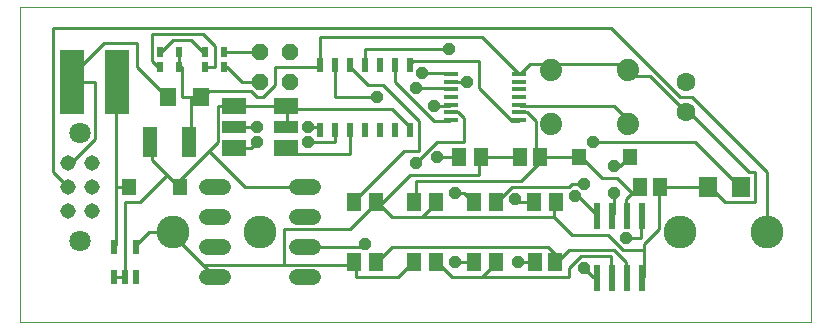
<source format=gtl>
G75*
G70*
%OFA0B0*%
%FSLAX24Y24*%
%IPPOS*%
%LPD*%
%AMOC8*
5,1,8,0,0,1.08239X$1,22.5*
%
%ADD10C,0.0000*%
%ADD11R,0.0472X0.0118*%
%ADD12R,0.0197X0.0472*%
%ADD13R,0.0512X0.0630*%
%ADD14R,0.0512X0.0591*%
%ADD15R,0.0236X0.0866*%
%ADD16R,0.0500X0.0579*%
%ADD17R,0.0787X0.0551*%
%ADD18R,0.0787X0.0394*%
%ADD19C,0.0630*%
%ADD20C,0.0740*%
%ADD21R,0.0630X0.0709*%
%ADD22R,0.0217X0.0472*%
%ADD23R,0.0846X0.2165*%
%ADD24R,0.0551X0.0630*%
%ADD25R,0.0472X0.0984*%
%ADD26C,0.0515*%
%ADD27C,0.0709*%
%ADD28C,0.1095*%
%ADD29C,0.0520*%
%ADD30R,0.0236X0.0354*%
%ADD31OC8,0.0560*%
%ADD32C,0.0100*%
%ADD33OC8,0.0400*%
D10*
X000888Y000199D02*
X000888Y010695D01*
X027258Y010695D01*
X027258Y000199D01*
X000888Y000199D01*
D11*
X015246Y006932D03*
X015246Y007188D03*
X015246Y007443D03*
X015246Y007699D03*
X015246Y007955D03*
X015246Y008211D03*
X015246Y008467D03*
X017529Y008467D03*
X017529Y008211D03*
X017529Y007955D03*
X017529Y007699D03*
X017529Y007443D03*
X017529Y007188D03*
X017529Y006932D03*
D12*
X013888Y006617D03*
X013388Y006617D03*
X012888Y006617D03*
X012388Y006617D03*
X011888Y006617D03*
X011388Y006617D03*
X010888Y006617D03*
X010888Y008782D03*
X011388Y008782D03*
X011888Y008782D03*
X012388Y008782D03*
X012888Y008782D03*
X013388Y008782D03*
X013888Y008782D03*
D13*
X015514Y005699D03*
X016262Y005699D03*
X016014Y004199D03*
X016762Y004199D03*
X018014Y004199D03*
X018762Y004199D03*
X014762Y004199D03*
X014014Y004199D03*
X012762Y004199D03*
X012014Y004199D03*
X012014Y002199D03*
X012762Y002199D03*
X014014Y002199D03*
X014762Y002199D03*
X016014Y002199D03*
X016762Y002199D03*
D14*
X018053Y002199D03*
X018722Y002199D03*
X021553Y004699D03*
X022222Y004699D03*
X018222Y005699D03*
X017553Y005699D03*
D15*
X020138Y003723D03*
X020638Y003723D03*
X021138Y003723D03*
X021638Y003723D03*
X021638Y001676D03*
X021138Y001676D03*
X020638Y001676D03*
X020138Y001676D03*
D16*
X019541Y005699D03*
X021234Y005699D03*
X006234Y004699D03*
X004541Y004699D03*
D17*
X008021Y005991D03*
X009754Y005991D03*
X009754Y007408D03*
X008021Y007408D03*
D18*
X008021Y006699D03*
X009754Y006699D03*
D19*
X023100Y007199D03*
X023100Y008199D03*
D20*
X021168Y008589D03*
X018608Y008589D03*
X018608Y006809D03*
X021168Y006809D03*
D21*
X023836Y004699D03*
X024939Y004699D03*
D22*
X004762Y002711D03*
X004014Y002711D03*
X004014Y001688D03*
X004388Y001688D03*
X004762Y001688D03*
D23*
X004143Y008199D03*
X002632Y008199D03*
D24*
X005836Y007699D03*
X006939Y007699D03*
D25*
X006537Y006199D03*
X005238Y006199D03*
D26*
X003281Y005487D03*
X002494Y005487D03*
X002494Y004699D03*
X003281Y004699D03*
X003281Y003912D03*
X002494Y003912D03*
D27*
X002888Y002888D03*
X002888Y006510D03*
D28*
X005988Y003199D03*
X008888Y003199D03*
X022888Y003199D03*
X025788Y003199D03*
D29*
X010648Y002699D02*
X010128Y002699D01*
X010128Y001699D02*
X010648Y001699D01*
X007648Y001699D02*
X007128Y001699D01*
X007128Y002699D02*
X007648Y002699D01*
X007648Y003699D02*
X007128Y003699D01*
X007128Y004699D02*
X007648Y004699D01*
X010128Y004699D02*
X010648Y004699D01*
X010648Y003699D02*
X010128Y003699D01*
D30*
X007698Y008699D03*
X007078Y008699D03*
X006198Y008699D03*
X005578Y008699D03*
X005578Y009199D03*
X006198Y009199D03*
X007078Y009199D03*
X007698Y009199D03*
D31*
X008888Y009199D03*
X009888Y009199D03*
X009888Y008199D03*
X008888Y008199D03*
D32*
X008288Y008199D01*
X007788Y008699D01*
X007698Y008699D01*
X007388Y008699D02*
X007078Y008699D01*
X007388Y008699D02*
X007388Y009399D01*
X006988Y009799D01*
X005288Y009799D01*
X005288Y008899D01*
X005488Y008699D01*
X005578Y008699D01*
X006188Y008699D02*
X006198Y008699D01*
X006288Y008699D01*
X006288Y007699D01*
X006588Y007699D01*
X006588Y006199D01*
X006537Y006199D01*
X007188Y005899D02*
X008388Y004699D01*
X010388Y004699D01*
X011988Y004199D02*
X012014Y004199D01*
X011988Y004199D02*
X013688Y005899D01*
X014188Y005899D01*
X014188Y006899D01*
X012988Y008099D01*
X012488Y008099D01*
X011888Y008699D01*
X011888Y008782D01*
X012388Y008782D02*
X012388Y009299D01*
X015188Y009299D01*
X016188Y008899D02*
X013988Y008899D01*
X013888Y008799D01*
X013888Y008782D01*
X013388Y008782D02*
X013388Y008199D01*
X014688Y006899D01*
X015188Y006899D01*
X015246Y006932D01*
X015246Y007188D02*
X015288Y007199D01*
X015488Y007199D01*
X015688Y006999D01*
X015688Y006199D01*
X014788Y006199D01*
X014088Y005499D01*
X013888Y005099D02*
X012888Y004099D01*
X012762Y004199D01*
X012788Y004199D01*
X011888Y003299D01*
X009688Y003299D01*
X009688Y002099D01*
X011888Y002099D01*
X011988Y002199D01*
X012014Y002199D01*
X012088Y002199D01*
X012088Y001699D01*
X013488Y001699D01*
X013988Y002199D01*
X014014Y002199D01*
X014762Y002199D02*
X014788Y002199D01*
X015288Y001699D01*
X016288Y001699D01*
X019188Y001699D01*
X019188Y001999D01*
X019588Y002399D01*
X020588Y002399D01*
X020588Y001699D01*
X020638Y001676D01*
X021088Y001699D02*
X021138Y001676D01*
X021088Y001699D02*
X021088Y002199D01*
X020688Y002599D01*
X019188Y002599D01*
X018888Y002299D01*
X018722Y002199D01*
X018788Y002199D01*
X018888Y002299D01*
X018488Y002699D01*
X013288Y002699D01*
X012788Y002199D01*
X012762Y002199D01*
X012288Y002699D02*
X010388Y002699D01*
X009688Y002099D02*
X006988Y002099D01*
X007388Y001699D01*
X006988Y002099D02*
X005888Y003199D01*
X005988Y003199D01*
X005888Y003199D02*
X005188Y003199D01*
X004788Y002799D01*
X004762Y002711D01*
X004088Y002799D02*
X004014Y002711D01*
X004088Y002799D02*
X004088Y004699D01*
X004088Y008199D01*
X004143Y008199D01*
X003388Y008199D02*
X002688Y008199D01*
X002632Y008199D01*
X002688Y008199D02*
X002688Y008499D01*
X003688Y009499D01*
X004788Y009499D01*
X004788Y008699D01*
X005788Y007699D01*
X005836Y007699D01*
X006588Y007699D02*
X006939Y007699D01*
X006988Y007699D01*
X007188Y007899D01*
X008588Y007899D01*
X008788Y007699D01*
X008988Y007699D01*
X009388Y008099D01*
X009388Y008699D01*
X010888Y008699D01*
X010888Y008782D01*
X010888Y009699D01*
X016288Y009699D01*
X017488Y008499D01*
X017529Y008467D01*
X017588Y008499D01*
X017888Y008799D01*
X020788Y008799D01*
X021088Y008499D01*
X021168Y008589D01*
X021188Y008399D01*
X021888Y008399D01*
X023088Y007199D01*
X023100Y007199D01*
X023188Y007199D01*
X025188Y005199D01*
X025388Y005199D01*
X025388Y004199D01*
X024388Y004199D01*
X023888Y004699D01*
X023836Y004699D01*
X022222Y004699D01*
X022188Y004699D01*
X022188Y003299D01*
X021688Y002799D01*
X021688Y002599D01*
X020988Y002599D01*
X020488Y003099D01*
X019288Y003099D01*
X018688Y003699D01*
X014288Y003699D01*
X014788Y004199D01*
X014762Y004199D01*
X014088Y004199D02*
X014014Y004199D01*
X014088Y004199D02*
X014088Y004899D01*
X017588Y004899D01*
X018388Y005699D01*
X018222Y005699D01*
X018288Y005699D01*
X018222Y005699D02*
X018088Y005699D01*
X018088Y006899D01*
X017788Y007199D01*
X017588Y007199D01*
X017529Y007188D01*
X017588Y007399D02*
X017529Y007443D01*
X017588Y007399D02*
X020688Y007399D01*
X021088Y006999D01*
X021168Y006809D01*
X019988Y006199D02*
X023388Y006199D01*
X024888Y004699D01*
X024939Y004699D01*
X025788Y005199D02*
X025788Y003199D01*
X021688Y002599D02*
X021688Y001699D01*
X021638Y001676D01*
X020138Y001676D02*
X020088Y001699D01*
X019988Y001699D01*
X019688Y001999D01*
X018053Y002199D02*
X017488Y002199D01*
X016788Y002199D02*
X016762Y002199D01*
X016788Y002199D02*
X016288Y001699D01*
X016014Y002199D02*
X015388Y002199D01*
X012388Y002799D02*
X012288Y002699D01*
X013288Y003699D02*
X014288Y003699D01*
X013288Y003699D02*
X012888Y004099D01*
X012788Y004199D01*
X013888Y005099D02*
X016188Y005099D01*
X016188Y005699D01*
X016262Y005699D01*
X017553Y005699D01*
X018388Y005699D02*
X019541Y005699D01*
X019588Y005699D01*
X020288Y004999D01*
X020788Y004999D01*
X021288Y004499D01*
X021488Y004699D01*
X021553Y004699D01*
X021288Y004499D02*
X021088Y004299D01*
X021088Y003799D01*
X021138Y003723D01*
X021588Y003699D02*
X021638Y003723D01*
X021588Y003699D02*
X021588Y002999D01*
X021088Y002999D01*
X020638Y003723D02*
X020688Y003799D01*
X020688Y004499D01*
X020088Y003799D02*
X019488Y004399D01*
X019388Y004399D01*
X018762Y004199D02*
X018688Y004199D01*
X018688Y003699D01*
X018014Y004199D02*
X017488Y004199D01*
X017388Y004299D01*
X017288Y004699D02*
X016788Y004199D01*
X016762Y004199D01*
X016014Y004199D02*
X015988Y004199D01*
X015688Y004499D01*
X015388Y004499D01*
X017288Y004699D02*
X019188Y004699D01*
X019288Y004799D01*
X019688Y004799D01*
X020688Y005399D02*
X020888Y005399D01*
X021188Y005699D01*
X021234Y005699D01*
X017529Y006932D02*
X017488Y006899D01*
X017288Y006899D01*
X016188Y007999D01*
X016188Y008899D01*
X015246Y008467D02*
X015188Y008499D01*
X014288Y008499D01*
X015246Y008211D02*
X015288Y008199D01*
X015788Y008199D01*
X015246Y007955D02*
X015188Y007999D01*
X014088Y007999D01*
X012788Y007699D02*
X011388Y007699D01*
X011388Y008782D01*
X008888Y009199D02*
X007698Y009199D01*
X007078Y009199D02*
X006988Y009199D01*
X006588Y009599D01*
X005988Y009599D01*
X005588Y009199D01*
X005578Y009199D01*
X006188Y009199D02*
X006198Y009199D01*
X006188Y009199D02*
X006188Y008699D01*
X003388Y008199D02*
X003388Y006299D01*
X002588Y005499D01*
X002494Y005487D01*
X001988Y005199D02*
X001988Y009999D01*
X020588Y009999D01*
X022888Y007699D01*
X023288Y007699D01*
X025788Y005199D01*
X020138Y003723D02*
X020088Y003799D01*
X015514Y005699D02*
X014788Y005699D01*
X013888Y006617D02*
X013888Y006699D01*
X013288Y007299D01*
X009888Y007299D01*
X009788Y007399D01*
X009754Y007408D01*
X009688Y007399D01*
X008088Y007399D01*
X008021Y007408D01*
X007988Y007399D01*
X007488Y007399D01*
X007488Y006199D01*
X007188Y005899D01*
X006088Y004799D01*
X006234Y004699D01*
X006188Y004699D01*
X006088Y004799D01*
X005788Y005099D01*
X004888Y004199D01*
X004388Y004199D01*
X004388Y001699D01*
X004388Y001688D01*
X004388Y001699D02*
X004088Y001699D01*
X004014Y001688D01*
X004088Y004699D02*
X004541Y004699D01*
X005288Y005599D02*
X005788Y005099D01*
X005288Y005599D02*
X005288Y006199D01*
X005238Y006199D01*
X008021Y005991D02*
X008088Y005999D01*
X008588Y005999D01*
X008788Y006199D01*
X009754Y005991D02*
X009788Y005899D01*
X009888Y005799D01*
X011888Y005799D01*
X011888Y006617D01*
X011388Y006617D02*
X011388Y006199D01*
X010488Y006199D01*
X010888Y006617D02*
X010888Y006699D01*
X010488Y006699D01*
X009788Y006699D02*
X009754Y006699D01*
X009788Y006699D02*
X009788Y007399D01*
X008788Y006699D02*
X008021Y006699D01*
X002494Y004699D02*
X002488Y004699D01*
X001988Y005199D01*
X014688Y007399D02*
X015188Y007399D01*
X015246Y007443D01*
D33*
X014688Y007399D03*
X014088Y007999D03*
X014288Y008499D03*
X015788Y008199D03*
X015188Y009299D03*
X012788Y007699D03*
X010488Y006699D03*
X010488Y006199D03*
X008788Y006199D03*
X008788Y006699D03*
X014088Y005499D03*
X014788Y005699D03*
X015388Y004499D03*
X017388Y004299D03*
X019388Y004399D03*
X019688Y004799D03*
X020688Y004499D03*
X020688Y005399D03*
X019988Y006199D03*
X021088Y002999D03*
X019688Y001999D03*
X017488Y002199D03*
X015388Y002199D03*
X012388Y002799D03*
M02*

</source>
